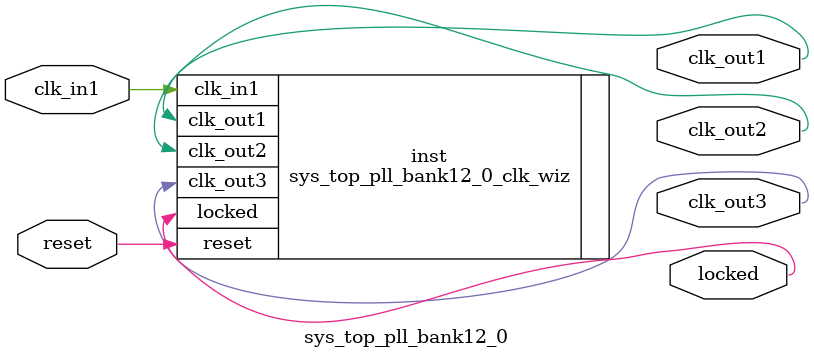
<source format=v>


`timescale 1ps/1ps

(* CORE_GENERATION_INFO = "sys_top_pll_bank12_0,clk_wiz_v6_0_3_0_0,{component_name=sys_top_pll_bank12_0,use_phase_alignment=true,use_min_o_jitter=true,use_max_i_jitter=false,use_dyn_phase_shift=false,use_inclk_switchover=false,use_dyn_reconfig=false,enable_axi=0,feedback_source=FDBK_AUTO,PRIMITIVE=MMCM,num_out_clk=3,clkin1_period=15.000,clkin2_period=10.0,use_power_down=false,use_reset=true,use_locked=true,use_inclk_stopped=false,feedback_type=SINGLE,CLOCK_MGR_TYPE=NA,manual_override=false}" *)

module sys_top_pll_bank12_0 
 (
  // Clock out ports
  output        clk_out1,
  output        clk_out2,
  output        clk_out3,
  // Status and control signals
  input         reset,
  output        locked,
 // Clock in ports
  input         clk_in1
 );

  sys_top_pll_bank12_0_clk_wiz inst
  (
  // Clock out ports  
  .clk_out1(clk_out1),
  .clk_out2(clk_out2),
  .clk_out3(clk_out3),
  // Status and control signals               
  .reset(reset), 
  .locked(locked),
 // Clock in ports
  .clk_in1(clk_in1)
  );

endmodule

</source>
